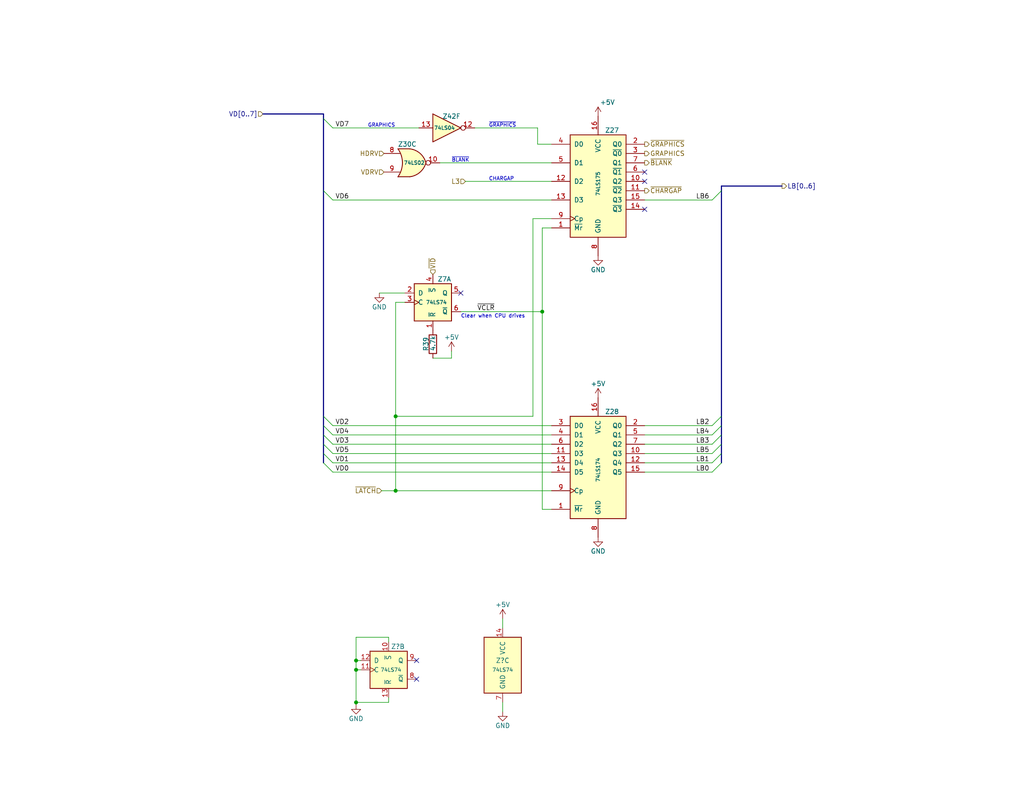
<source format=kicad_sch>
(kicad_sch (version 20230121) (generator eeschema)
  (paper "USLetter")
  (title_block (title "TRS-80 Model I") (date "2023-10-24") (rev "G") (company "RetroStack - Marcel Erz") (comment 2 "Circuit to latch video content addressed in video RAM") (comment 4 "Video Latch"))
  (lib_symbols
    (symbol "74xx:74LS02" (pin_names (offset 1.016))
      (property "Reference" "U" (at 0 1.27 0))
      (property "Value" "74LS02" (at 0 -1.27 0))
      (symbol "74LS02_1_1"
        (arc (start -3.81 -3.81) (mid -2.589 0) (end -3.81 3.81) (stroke (width 0.254)))
        (arc (start -0.6096 -3.81) (mid 2.1842 -2.5851) (end 3.81 0) (stroke (width 0.254)) (fill (type background)))
        (polyline (pts (xy -3.81 -3.81) (xy -0.635 -3.81)) (stroke (width 0.254)) (fill (type background)))
        (polyline (pts (xy -3.81 3.81) (xy -0.635 3.81)) (stroke (width 0.254)) (fill (type background)))
        (polyline (pts (xy -0.635 3.81) (xy -3.81 3.81) (xy -3.81 3.81) (xy -3.556 3.4036) (xy -3.0226 2.2606) (xy -2.6924 1.0414) (xy -2.6162 -0.254) (xy -2.7686 -1.4986) (xy -3.175 -2.7178) (xy -3.81 -3.81) (xy -3.81 -3.81) (xy -0.635 -3.81)) (stroke (width -25.4)) (fill (type background)))
        (arc (start 3.81 0) (mid 2.1915 2.5936) (end -0.6096 3.81) (stroke (width 0.254)) (fill (type background)))
        (pin output inverted (at 7.62 0 180) (length 3.81) (name "~") (number "1"))
        (pin input line (at -7.62 2.54 0) (length 4.318) (name "~") (number "2"))
        (pin input line (at -7.62 -2.54 0) (length 4.318) (name "~") (number "3"))
      )
      (symbol "74LS02_1_2"
        (arc (start 0 -3.81) (mid 3.7934 0) (end 0 3.81) (stroke (width 0.254)) (fill (type background)))
        (polyline (pts (xy 0 3.81) (xy -3.81 3.81) (xy -3.81 -3.81) (xy 0 -3.81)) (stroke (width 0.254)) (fill (type background)))
        (pin output line (at 7.62 0 180) (length 3.81) (name "~") (number "1"))
        (pin input inverted (at -7.62 2.54 0) (length 3.81) (name "~") (number "2"))
        (pin input inverted (at -7.62 -2.54 0) (length 3.81) (name "~") (number "3"))
      )
      (symbol "74LS02_2_1"
        (arc (start -3.81 -3.81) (mid -2.589 0) (end -3.81 3.81) (stroke (width 0.254)))
        (arc (start -0.6096 -3.81) (mid 2.1842 -2.5851) (end 3.81 0) (stroke (width 0.254)) (fill (type background)))
        (polyline (pts (xy -3.81 -3.81) (xy -0.635 -3.81)) (stroke (width 0.254)) (fill (type background)))
        (polyline (pts (xy -3.81 3.81) (xy -0.635 3.81)) (stroke (width 0.254)) (fill (type background)))
        (polyline (pts (xy -0.635 3.81) (xy -3.81 3.81) (xy -3.81 3.81) (xy -3.556 3.4036) (xy -3.0226 2.2606) (xy -2.6924 1.0414) (xy -2.6162 -0.254) (xy -2.7686 -1.4986) (xy -3.175 -2.7178) (xy -3.81 -3.81) (xy -3.81 -3.81) (xy -0.635 -3.81)) (stroke (width -25.4)) (fill (type background)))
        (arc (start 3.81 0) (mid 2.1915 2.5936) (end -0.6096 3.81) (stroke (width 0.254)) (fill (type background)))
        (pin output inverted (at 7.62 0 180) (length 3.81) (name "~") (number "4"))
        (pin input line (at -7.62 2.54 0) (length 4.318) (name "~") (number "5"))
        (pin input line (at -7.62 -2.54 0) (length 4.318) (name "~") (number "6"))
      )
      (symbol "74LS02_2_2"
        (arc (start 0 -3.81) (mid 3.7934 0) (end 0 3.81) (stroke (width 0.254)) (fill (type background)))
        (polyline (pts (xy 0 3.81) (xy -3.81 3.81) (xy -3.81 -3.81) (xy 0 -3.81)) (stroke (width 0.254)) (fill (type background)))
        (pin output line (at 7.62 0 180) (length 3.81) (name "~") (number "4"))
        (pin input inverted (at -7.62 2.54 0) (length 3.81) (name "~") (number "5"))
        (pin input inverted (at -7.62 -2.54 0) (length 3.81) (name "~") (number "6"))
      )
      (symbol "74LS02_3_1"
        (arc (start -3.81 -3.81) (mid -2.589 0) (end -3.81 3.81) (stroke (width 0.254)))
        (arc (start -0.6096 -3.81) (mid 2.1842 -2.5851) (end 3.81 0) (stroke (width 0.254)) (fill (type background)))
        (polyline (pts (xy -3.81 -3.81) (xy -0.635 -3.81)) (stroke (width 0.254)) (fill (type background)))
        (polyline (pts (xy -3.81 3.81) (xy -0.635 3.81)) (stroke (width 0.254)) (fill (type background)))
        (polyline (pts (xy -0.635 3.81) (xy -3.81 3.81) (xy -3.81 3.81) (xy -3.556 3.4036) (xy -3.0226 2.2606) (xy -2.6924 1.0414) (xy -2.6162 -0.254) (xy -2.7686 -1.4986) (xy -3.175 -2.7178) (xy -3.81 -3.81) (xy -3.81 -3.81) (xy -0.635 -3.81)) (stroke (width -25.4)) (fill (type background)))
        (arc (start 3.81 0) (mid 2.1915 2.5936) (end -0.6096 3.81) (stroke (width 0.254)) (fill (type background)))
        (pin output inverted (at 7.62 0 180) (length 3.81) (name "~") (number "10"))
        (pin input line (at -7.62 2.54 0) (length 4.318) (name "~") (number "8"))
        (pin input line (at -7.62 -2.54 0) (length 4.318) (name "~") (number "9"))
      )
      (symbol "74LS02_3_2"
        (arc (start 0 -3.81) (mid 3.7934 0) (end 0 3.81) (stroke (width 0.254)) (fill (type background)))
        (polyline (pts (xy 0 3.81) (xy -3.81 3.81) (xy -3.81 -3.81) (xy 0 -3.81)) (stroke (width 0.254)) (fill (type background)))
        (pin output line (at 7.62 0 180) (length 3.81) (name "~") (number "10"))
        (pin input inverted (at -7.62 2.54 0) (length 3.81) (name "~") (number "8"))
        (pin input inverted (at -7.62 -2.54 0) (length 3.81) (name "~") (number "9"))
      )
      (symbol "74LS02_4_1"
        (arc (start -3.81 -3.81) (mid -2.589 0) (end -3.81 3.81) (stroke (width 0.254)))
        (arc (start -0.6096 -3.81) (mid 2.1842 -2.5851) (end 3.81 0) (stroke (width 0.254)) (fill (type background)))
        (polyline (pts (xy -3.81 -3.81) (xy -0.635 -3.81)) (stroke (width 0.254)) (fill (type background)))
        (polyline (pts (xy -3.81 3.81) (xy -0.635 3.81)) (stroke (width 0.254)) (fill (type background)))
        (polyline (pts (xy -0.635 3.81) (xy -3.81 3.81) (xy -3.81 3.81) (xy -3.556 3.4036) (xy -3.0226 2.2606) (xy -2.6924 1.0414) (xy -2.6162 -0.254) (xy -2.7686 -1.4986) (xy -3.175 -2.7178) (xy -3.81 -3.81) (xy -3.81 -3.81) (xy -0.635 -3.81)) (stroke (width -25.4)) (fill (type background)))
        (arc (start 3.81 0) (mid 2.1915 2.5936) (end -0.6096 3.81) (stroke (width 0.254)) (fill (type background)))
        (pin input line (at -7.62 2.54 0) (length 4.318) (name "~") (number "11"))
        (pin input line (at -7.62 -2.54 0) (length 4.318) (name "~") (number "12"))
        (pin output inverted (at 7.62 0 180) (length 3.81) (name "~") (number "13"))
      )
      (symbol "74LS02_4_2"
        (arc (start 0 -3.81) (mid 3.7934 0) (end 0 3.81) (stroke (width 0.254)) (fill (type background)))
        (polyline (pts (xy 0 3.81) (xy -3.81 3.81) (xy -3.81 -3.81) (xy 0 -3.81)) (stroke (width 0.254)) (fill (type background)))
        (pin input inverted (at -7.62 2.54 0) (length 3.81) (name "~") (number "11"))
        (pin input inverted (at -7.62 -2.54 0) (length 3.81) (name "~") (number "12"))
        (pin output line (at 7.62 0 180) (length 3.81) (name "~") (number "13"))
      )
      (symbol "74LS02_5_0"
        (pin power_in line (at 0 12.7 270) (length 5.08) (name "VCC") (number "14"))
        (pin power_in line (at 0 -12.7 90) (length 5.08) (name "GND") (number "7"))
      )
      (symbol "74LS02_5_1"
        (rectangle (start -5.08 7.62) (end 5.08 -7.62) (stroke (width 0.254)) (fill (type background)))
      )
    )
    (symbol "74xx:74LS04"
      (property "Reference" "U" (at 0 1.27 0))
      (property "Value" "74LS04" (at 0 -1.27 0))
      (symbol "74LS04_1_0"
        (polyline (pts (xy -3.81 3.81) (xy -3.81 -3.81) (xy 3.81 0) (xy -3.81 3.81)) (stroke (width 0.254)) (fill (type background)))
        (pin input line (at -7.62 0 0) (length 3.81) (name "~") (number "1"))
        (pin output inverted (at 7.62 0 180) (length 3.81) (name "~") (number "2"))
      )
      (symbol "74LS04_2_0"
        (polyline (pts (xy -3.81 3.81) (xy -3.81 -3.81) (xy 3.81 0) (xy -3.81 3.81)) (stroke (width 0.254)) (fill (type background)))
        (pin input line (at -7.62 0 0) (length 3.81) (name "~") (number "3"))
        (pin output inverted (at 7.62 0 180) (length 3.81) (name "~") (number "4"))
      )
      (symbol "74LS04_3_0"
        (polyline (pts (xy -3.81 3.81) (xy -3.81 -3.81) (xy 3.81 0) (xy -3.81 3.81)) (stroke (width 0.254)) (fill (type background)))
        (pin input line (at -7.62 0 0) (length 3.81) (name "~") (number "5"))
        (pin output inverted (at 7.62 0 180) (length 3.81) (name "~") (number "6"))
      )
      (symbol "74LS04_4_0"
        (polyline (pts (xy -3.81 3.81) (xy -3.81 -3.81) (xy 3.81 0) (xy -3.81 3.81)) (stroke (width 0.254)) (fill (type background)))
        (pin output inverted (at 7.62 0 180) (length 3.81) (name "~") (number "8"))
        (pin input line (at -7.62 0 0) (length 3.81) (name "~") (number "9"))
      )
      (symbol "74LS04_5_0"
        (polyline (pts (xy -3.81 3.81) (xy -3.81 -3.81) (xy 3.81 0) (xy -3.81 3.81)) (stroke (width 0.254)) (fill (type background)))
        (pin output inverted (at 7.62 0 180) (length 3.81) (name "~") (number "10"))
        (pin input line (at -7.62 0 0) (length 3.81) (name "~") (number "11"))
      )
      (symbol "74LS04_6_0"
        (polyline (pts (xy -3.81 3.81) (xy -3.81 -3.81) (xy 3.81 0) (xy -3.81 3.81)) (stroke (width 0.254)) (fill (type background)))
        (pin output inverted (at 7.62 0 180) (length 3.81) (name "~") (number "12"))
        (pin input line (at -7.62 0 0) (length 3.81) (name "~") (number "13"))
      )
      (symbol "74LS04_7_0"
        (pin power_in line (at 0 12.7 270) (length 5.08) (name "VCC") (number "14"))
        (pin power_in line (at 0 -12.7 90) (length 5.08) (name "GND") (number "7"))
      )
      (symbol "74LS04_7_1"
        (rectangle (start -5.08 7.62) (end 5.08 -7.62) (stroke (width 0.254)) (fill (type background)))
      )
    )
    (symbol "74xx:74LS174" (pin_names (offset 1.016))
      (property "Reference" "U" (at -7.62 13.97 0))
      (property "Value" "74LS174" (at -7.62 -16.51 0))
      (symbol "74LS174_1_0"
        (pin input line (at -12.7 -12.7 0) (length 5.08) (name "~{Mr}") (number "1"))
        (pin output line (at 12.7 2.54 180) (length 5.08) (name "Q3") (number "10"))
        (pin input line (at -12.7 2.54 0) (length 5.08) (name "D3") (number "11"))
        (pin output line (at 12.7 0 180) (length 5.08) (name "Q4") (number "12"))
        (pin input line (at -12.7 0 0) (length 5.08) (name "D4") (number "13"))
        (pin input line (at -12.7 -2.54 0) (length 5.08) (name "D5") (number "14"))
        (pin output line (at 12.7 -2.54 180) (length 5.08) (name "Q5") (number "15"))
        (pin power_in line (at 0 17.78 270) (length 5.08) (name "VCC") (number "16"))
        (pin output line (at 12.7 10.16 180) (length 5.08) (name "Q0") (number "2"))
        (pin input line (at -12.7 10.16 0) (length 5.08) (name "D0") (number "3"))
        (pin input line (at -12.7 7.62 0) (length 5.08) (name "D1") (number "4"))
        (pin output line (at 12.7 7.62 180) (length 5.08) (name "Q1") (number "5"))
        (pin input line (at -12.7 5.08 0) (length 5.08) (name "D2") (number "6"))
        (pin output line (at 12.7 5.08 180) (length 5.08) (name "Q2") (number "7"))
        (pin power_in line (at 0 -20.32 90) (length 5.08) (name "GND") (number "8"))
        (pin input clock (at -12.7 -7.62 0) (length 5.08) (name "Cp") (number "9"))
      )
      (symbol "74LS174_1_1"
        (rectangle (start -7.62 12.7) (end 7.62 -15.24) (stroke (width 0.254)) (fill (type background)))
      )
    )
    (symbol "74xx:74LS175" (pin_names (offset 1.016))
      (property "Reference" "U" (at -7.62 13.97 0))
      (property "Value" "74LS175" (at -7.62 -16.51 0))
      (symbol "74LS175_1_0"
        (pin input line (at -12.7 -12.7 0) (length 5.08) (name "~{Mr}") (number "1"))
        (pin output line (at 12.7 0 180) (length 5.08) (name "Q2") (number "10"))
        (pin output line (at 12.7 -2.54 180) (length 5.08) (name "~{Q2}") (number "11"))
        (pin input line (at -12.7 0 0) (length 5.08) (name "D2") (number "12"))
        (pin input line (at -12.7 -5.08 0) (length 5.08) (name "D3") (number "13"))
        (pin output line (at 12.7 -7.62 180) (length 5.08) (name "~{Q3}") (number "14"))
        (pin output line (at 12.7 -5.08 180) (length 5.08) (name "Q3") (number "15"))
        (pin power_in line (at 0 17.78 270) (length 5.08) (name "VCC") (number "16"))
        (pin output line (at 12.7 10.16 180) (length 5.08) (name "Q0") (number "2"))
        (pin output line (at 12.7 7.62 180) (length 5.08) (name "~{Q0}") (number "3"))
        (pin input line (at -12.7 10.16 0) (length 5.08) (name "D0") (number "4"))
        (pin input line (at -12.7 5.08 0) (length 5.08) (name "D1") (number "5"))
        (pin output line (at 12.7 2.54 180) (length 5.08) (name "~{Q1}") (number "6"))
        (pin output line (at 12.7 5.08 180) (length 5.08) (name "Q1") (number "7"))
        (pin power_in line (at 0 -20.32 90) (length 5.08) (name "GND") (number "8"))
        (pin input clock (at -12.7 -10.16 0) (length 5.08) (name "Cp") (number "9"))
      )
      (symbol "74LS175_1_1"
        (rectangle (start -7.62 12.7) (end 7.62 -15.24) (stroke (width 0.254)) (fill (type background)))
      )
    )
    (symbol "74xx:74LS74" (pin_names (offset 1.016))
      (property "Reference" "U" (at -7.62 8.89 0))
      (property "Value" "74LS74" (at -7.62 -8.89 0))
      (symbol "74LS74_1_0"
        (pin input line (at 0 -7.62 90) (length 2.54) (name "~{R}") (number "1"))
        (pin input line (at -7.62 2.54 0) (length 2.54) (name "D") (number "2"))
        (pin input clock (at -7.62 0 0) (length 2.54) (name "C") (number "3"))
        (pin input line (at 0 7.62 270) (length 2.54) (name "~{S}") (number "4"))
        (pin output line (at 7.62 2.54 180) (length 2.54) (name "Q") (number "5"))
        (pin output line (at 7.62 -2.54 180) (length 2.54) (name "~{Q}") (number "6"))
      )
      (symbol "74LS74_1_1"
        (rectangle (start -5.08 5.08) (end 5.08 -5.08) (stroke (width 0.254)) (fill (type background)))
      )
      (symbol "74LS74_2_0"
        (pin input line (at 0 7.62 270) (length 2.54) (name "~{S}") (number "10"))
        (pin input clock (at -7.62 0 0) (length 2.54) (name "C") (number "11"))
        (pin input line (at -7.62 2.54 0) (length 2.54) (name "D") (number "12"))
        (pin input line (at 0 -7.62 90) (length 2.54) (name "~{R}") (number "13"))
        (pin output line (at 7.62 -2.54 180) (length 2.54) (name "~{Q}") (number "8"))
        (pin output line (at 7.62 2.54 180) (length 2.54) (name "Q") (number "9"))
      )
      (symbol "74LS74_2_1"
        (rectangle (start -5.08 5.08) (end 5.08 -5.08) (stroke (width 0.254)) (fill (type background)))
      )
      (symbol "74LS74_3_0"
        (pin power_in line (at 0 10.16 270) (length 2.54) (name "VCC") (number "14"))
        (pin power_in line (at 0 -10.16 90) (length 2.54) (name "GND") (number "7"))
      )
      (symbol "74LS74_3_1"
        (rectangle (start -5.08 7.62) (end 5.08 -7.62) (stroke (width 0.254)) (fill (type background)))
      )
    )
    (symbol "Device:R" (pin_numbers hide) (pin_names (offset 0))
      (property "Reference" "R" (at 2.032 0 90))
      (property "Value" "R" (at 0 0 90))
      (symbol "R_0_1"
        (rectangle (start -1.016 -2.54) (end 1.016 2.54) (stroke (width 0.254)))
      )
      (symbol "R_1_1"
        (pin passive line (at 0 3.81 270) (length 1.27) (name "~") (number "1"))
        (pin passive line (at 0 -3.81 90) (length 1.27) (name "~") (number "2"))
      )
    )
    (symbol "power:+5V" (power) (pin_names (offset 0))
      (property "Value" "+5V" (at 0 3.556 0))
      (symbol "+5V_0_1"
        (polyline (pts (xy -0.762 1.27) (xy 0 2.54)))
        (polyline (pts (xy 0 0) (xy 0 2.54)))
        (polyline (pts (xy 0 2.54) (xy 0.762 1.27)))
      )
      (symbol "+5V_1_1"
        (pin power_in line (at 0 0 90) (length 0) hide (name "+5V") (number "1"))
      )
    )
    (symbol "power:GND" (power) (pin_names (offset 0))
      (property "Value" "GND" (at 0 -3.81 0))
      (symbol "GND_0_1"
        (polyline (pts (xy 0 0) (xy 0 -1.27) (xy 1.27 -1.27) (xy 0 -2.54) (xy -1.27 -1.27) (xy 0 -1.27)))
      )
      (symbol "GND_1_1"
        (pin power_in line (at 0 0 270) (length 0) hide (name "GND") (number "1"))
      )
    )
  )
  (junction (at 107.95 113.665))
  (junction (at 147.955 85.09))
  (junction (at 97.155 180.34))
  (junction (at 107.95 133.985))
  (junction (at 97.155 191.77))
  (junction (at 97.155 182.88))
  (no_connect (at 125.73 80.01))
  (no_connect (at 175.895 46.99))
  (no_connect (at 175.895 57.15))
  (no_connect (at 113.665 185.42))
  (no_connect (at 113.665 180.34))
  (no_connect (at 175.895 49.53))
  (bus_entry (at 90.805 34.925) (size -2.54 -2.54))
  (bus_entry (at 194.31 118.745) (size 2.54 -2.54))
  (bus_entry (at 90.805 118.745) (size -2.54 -2.54))
  (bus_entry (at 194.31 116.205) (size 2.54 -2.54))
  (bus_entry (at 90.805 116.205) (size -2.54 -2.54))
  (bus_entry (at 194.31 121.285) (size 2.54 -2.54))
  (bus_entry (at 194.31 54.61) (size 2.54 -2.54))
  (bus_entry (at 90.805 126.365) (size -2.54 -2.54))
  (bus_entry (at 194.31 123.825) (size 2.54 -2.54))
  (bus_entry (at 90.805 123.825) (size -2.54 -2.54))
  (bus_entry (at 194.31 126.365) (size 2.54 -2.54))
  (bus_entry (at 194.31 128.905) (size 2.54 -2.54))
  (bus_entry (at 90.805 121.285) (size -2.54 -2.54))
  (bus_entry (at 90.805 128.905) (size -2.54 -2.54))
  (bus_entry (at 90.805 54.61) (size -2.54 -2.54))
  (wire (pts (xy 90.805 118.745) (xy 150.495 118.745)))
  (bus (pts (xy 88.265 31.115) (xy 71.755 31.115)))
  (bus (pts (xy 196.85 121.285) (xy 196.85 118.745)))
  (wire (pts (xy 104.14 133.985) (xy 107.95 133.985)))
  (wire (pts (xy 123.19 95.885) (xy 123.19 97.79)))
  (wire (pts (xy 90.805 116.205) (xy 150.495 116.205)))
  (wire (pts (xy 107.95 133.985) (xy 107.95 113.665)))
  (bus (pts (xy 88.265 116.205) (xy 88.265 113.665)))
  (wire (pts (xy 97.155 173.99) (xy 97.155 180.34)))
  (wire (pts (xy 107.95 113.665) (xy 145.415 113.665)))
  (bus (pts (xy 88.265 121.285) (xy 88.265 118.745)))
  (bus (pts (xy 196.85 50.8) (xy 213.36 50.8)))
  (wire (pts (xy 97.155 182.88) (xy 97.155 191.77)))
  (wire (pts (xy 175.895 116.205) (xy 194.31 116.205)))
  (wire (pts (xy 137.16 191.77) (xy 137.16 194.31)))
  (bus (pts (xy 88.265 126.365) (xy 88.265 123.825)))
  (wire (pts (xy 97.155 180.34) (xy 98.425 180.34)))
  (wire (pts (xy 145.415 59.69) (xy 145.415 113.665)))
  (wire (pts (xy 125.73 85.09) (xy 147.955 85.09)))
  (bus (pts (xy 196.85 52.07) (xy 196.85 50.8)))
  (wire (pts (xy 106.045 191.77) (xy 97.155 191.77)))
  (wire (pts (xy 118.11 97.79) (xy 123.19 97.79)))
  (wire (pts (xy 97.155 180.34) (xy 97.155 182.88)))
  (wire (pts (xy 146.685 39.37) (xy 150.495 39.37)))
  (wire (pts (xy 175.895 118.745) (xy 194.31 118.745)))
  (bus (pts (xy 196.85 123.825) (xy 196.85 121.285)))
  (wire (pts (xy 175.895 54.61) (xy 194.31 54.61)))
  (wire (pts (xy 147.955 62.23) (xy 147.955 85.09)))
  (wire (pts (xy 146.685 34.925) (xy 146.685 39.37)))
  (wire (pts (xy 175.895 128.905) (xy 194.31 128.905)))
  (bus (pts (xy 196.85 116.205) (xy 196.85 113.665)))
  (wire (pts (xy 90.805 128.905) (xy 150.495 128.905)))
  (wire (pts (xy 129.54 34.925) (xy 146.685 34.925)))
  (wire (pts (xy 120.015 44.45) (xy 150.495 44.45)))
  (wire (pts (xy 107.95 113.665) (xy 107.95 82.55)))
  (wire (pts (xy 90.805 54.61) (xy 150.495 54.61)))
  (wire (pts (xy 137.16 171.45) (xy 137.16 168.91)))
  (wire (pts (xy 106.045 173.99) (xy 97.155 173.99)))
  (wire (pts (xy 90.805 121.285) (xy 150.495 121.285)))
  (bus (pts (xy 88.265 32.385) (xy 88.265 31.115)))
  (wire (pts (xy 97.155 191.77) (xy 97.155 192.405)))
  (wire (pts (xy 127 49.53) (xy 150.495 49.53)))
  (wire (pts (xy 150.495 139.065) (xy 147.955 139.065)))
  (wire (pts (xy 107.95 82.55) (xy 110.49 82.55)))
  (wire (pts (xy 90.805 34.925) (xy 114.3 34.925)))
  (wire (pts (xy 147.955 62.23) (xy 150.495 62.23)))
  (bus (pts (xy 196.85 126.365) (xy 196.85 123.825)))
  (wire (pts (xy 106.045 190.5) (xy 106.045 191.77)))
  (bus (pts (xy 88.265 123.825) (xy 88.265 121.285)))
  (bus (pts (xy 88.265 52.07) (xy 88.265 113.665)))
  (wire (pts (xy 97.155 182.88) (xy 98.425 182.88)))
  (bus (pts (xy 88.265 52.07) (xy 88.265 32.385)))
  (wire (pts (xy 175.895 123.825) (xy 194.31 123.825)))
  (bus (pts (xy 88.265 118.745) (xy 88.265 116.205)))
  (wire (pts (xy 145.415 59.69) (xy 150.495 59.69)))
  (wire (pts (xy 147.955 85.09) (xy 147.955 139.065)))
  (bus (pts (xy 196.85 52.07) (xy 196.85 113.665)))
  (wire (pts (xy 175.895 121.285) (xy 194.31 121.285)))
  (wire (pts (xy 90.805 123.825) (xy 150.495 123.825)))
  (wire (pts (xy 110.49 80.01) (xy 103.505 80.01)))
  (bus (pts (xy 196.85 118.745) (xy 196.85 116.205)))
  (wire (pts (xy 175.895 126.365) (xy 194.31 126.365)))
  (wire (pts (xy 90.805 126.365) (xy 150.495 126.365)))
  (wire (pts (xy 107.95 133.985) (xy 150.495 133.985)))
  (wire (pts (xy 106.045 175.26) (xy 106.045 173.99)))
  (text "CHARGAP" (at 133.35 49.53 0) (effects (font (size 1 1)) (justify left bottom)))
  (text "GRAPHICS" (at 100.33 34.925 0) (effects (font (size 1 1)) (justify left bottom)))
  (text "Clear when CPU drives" (at 125.73 86.995 0) (effects (font (size 1 1)) (justify left bottom)))
  (text "~{BLANK}" (at 123.19 44.45 0) (effects (font (size 1 1)) (justify left bottom)))
  (text "~{GRAPHICS}" (at 133.35 34.925 0) (effects (font (size 1 1)) (justify left bottom)))
  (label "LB0" (at 189.865 128.905 0))
  (label "VD4" (at 95.25 118.745 180))
  (label "VD1" (at 95.25 126.365 180))
  (label "~{VCLR}" (at 130.175 85.09 0))
  (label "VD0" (at 95.25 128.905 180))
  (label "LB4" (at 189.865 118.745 0))
  (label "VD5" (at 95.25 123.825 180))
  (label "LB3" (at 189.865 121.285 0))
  (label "LB6" (at 189.865 54.61 0))
  (label "LB5" (at 189.865 123.825 0))
  (label "LB1" (at 189.865 126.365 0))
  (label "VD2" (at 95.25 116.205 180))
  (label "VD3" (at 95.25 121.285 180))
  (label "VD7" (at 95.25 34.925 180))
  (label "VD6" (at 95.25 54.61 180))
  (label "LB2" (at 189.865 116.205 0))
  (hierarchical_label "L3" (shape input) (at 127 49.53 180))
  (hierarchical_label "LB[0..6]" (shape output) (at 213.36 50.8 0))
  (hierarchical_label "~{BLANK}" (shape output) (at 175.895 44.45 0))
  (hierarchical_label "~{VID}" (shape input) (at 118.11 74.93 90))
  (hierarchical_label "~{GRAPHICS}" (shape output) (at 175.895 39.37 0))
  (hierarchical_label "~{LATCH}" (shape input) (at 104.14 133.985 180))
  (hierarchical_label "GRAPHICS" (shape output) (at 175.895 41.91 0))
  (hierarchical_label "VDRV" (shape input) (at 104.775 46.99 180))
  (hierarchical_label "VD[0..7]" (shape input) (at 71.755 31.115 180))
  (hierarchical_label "HDRV" (shape input) (at 104.775 41.91 180))
  (hierarchical_label "~{CHARGAP}" (shape output) (at 175.895 52.07 0))
  (symbol (lib_id "power:GND") (at 97.155 192.405 0) (unit 1)
    (property "Reference" "#PWR014" (effects hide))
    (property "Value" "GND" (at 97.155 196.215 0))
    (instances (project "TRS80_Model_I_G" (path "" (reference "#PWR014") (unit 1)) (path "" (reference "#PWR043") (unit 1)) (path "" (reference "#PWR043") (unit 1))))
  )
  (symbol (lib_id "power:GND") (at 163.195 146.685 0) (unit 1)
    (property "Reference" "#PWR014" (effects hide))
    (property "Value" "GND" (at 163.195 150.495 0))
    (instances (project "TRS80_Model_I_G" (path "" (reference "#PWR014") (unit 1)) (path "" (reference "#PWR053") (unit 1)) (path "" (reference "#PWR053") (unit 1))))
  )
  (symbol (lib_id "power:GND") (at 103.505 80.01 0) (unit 1)
    (property "Reference" "#PWR014" (effects hide))
    (property "Value" "GND" (at 103.505 83.82 0))
    (instances (project "TRS80_Model_I_G" (path "" (reference "#PWR014") (unit 1)) (path "" (reference "#PWR048") (unit 1)) (path "" (reference "#PWR048") (unit 1))))
  )
  (symbol (lib_id "74xx:74LS74") (at 118.11 82.55 0) (unit 1)
    (property "Reference" "Z7" (at 119.38 76.2 0) (effects (justify left)))
    (property "Value" "74LS74" (at 116.205 82.55 0) (effects (font (size 1 1)) (justify left)))
    (property "Footprint" "RetroStackLibrary:TRS80_Model_I_DIP14" (effects hide))
    (property "Datasheet" "74xx/74hc_hct74.pdf" (effects hide))
    (instances (project "Replica" (path "" (reference "Z7") (unit 1))) (project "TRS80_Model_I_G" (path "" (reference "Z?") (unit 1)) (path "" (reference "Z7") (unit 1)) (path "" (reference "Z7") (unit 1))))
  )
  (symbol (lib_id "power:GND") (at 163.195 69.85 0) (unit 1)
    (property "Reference" "#PWR014" (effects hide))
    (property "Value" "GND" (at 163.195 73.66 0))
    (instances (project "TRS80_Model_I_G" (path "" (reference "#PWR014") (unit 1)) (path "" (reference "#PWR051") (unit 1)) (path "" (reference "#PWR051") (unit 1))))
  )
  (symbol (lib_id "74xx:74LS74") (at 137.16 181.61 0) (unit 3)
    (property "Reference" "Z?" (at 137.16 180.34 0))
    (property "Value" "74LS74" (at 137.16 182.88 0) (effects (font (size 1 1))))
    (property "Footprint" "RetroStackLibrary:TRS80_Model_I_DIP14" (effects hide))
    (property "Datasheet" "74xx/74hc_hct74.pdf" (effects hide))
    (instances (project "TRS80_Model_I_G" (path "" (reference "Z?") (unit 3)) (path "" (reference "Z70") (unit 3)) (path "" (reference "Z?") (unit 3)) (path "" (reference "Z7") (unit 3))))
  )
  (symbol (lib_id "power:+5V") (at 163.195 108.585 0) (unit 1)
    (property "Reference" "#PWR015" (effects hide))
    (property "Value" "+5V" (at 163.195 104.775 0))
    (instances (project "TRS80_Model_I_G" (path "" (reference "#PWR015") (unit 1)) (path "" (reference "#PWR052") (unit 1)) (path "" (reference "#PWR052") (unit 1))))
  )
  (symbol (lib_id "power:+5V") (at 137.16 168.91 0) (unit 1)
    (property "Reference" "#PWR015" (effects hide))
    (property "Value" "+5V" (at 137.16 165.1 0))
    (instances (project "TRS80_Model_I_G" (path "" (reference "#PWR015") (unit 1)) (path "" (reference "#PWR046") (unit 1)) (path "" (reference "#PWR046") (unit 1))))
  )
  (symbol (lib_id "power:GND") (at 137.16 194.31 0) (unit 1)
    (property "Reference" "#PWR014" (effects hide))
    (property "Value" "GND" (at 137.16 198.12 0))
    (instances (project "TRS80_Model_I_G" (path "" (reference "#PWR014") (unit 1)) (path "" (reference "#PWR047") (unit 1)) (path "" (reference "#PWR047") (unit 1))))
  )
  (symbol (lib_id "74xx:74LS174") (at 163.195 126.365 0) (unit 1)
    (property "Reference" "Z28" (at 167.005 112.395 0))
    (property "Value" "74LS174" (at 163.195 128.27 90) (effects (font (size 1 1))))
    (property "Footprint" "RetroStackLibrary:TRS80_Model_I_DIP16" (effects hide))
    (property "Datasheet" "http://www.ti.com/lit/gpn/sn74LS174" (effects hide))
    (instances (project "Replica" (path "" (reference "Z28") (unit 1))) (project "TRS80_Model_I_G" (path "" (reference "Z?") (unit 1)) (path "" (reference "Z28") (unit 1)) (path "" (reference "Z28") (unit 1))))
  )
  (symbol (lib_id "power:+5V") (at 123.19 95.885 0) (unit 1)
    (property "Reference" "#PWR015" (effects hide))
    (property "Value" "+5V" (at 123.19 92.075 0))
    (instances (project "TRS80_Model_I_G" (path "" (reference "#PWR015") (unit 1)) (path "" (reference "#PWR049") (unit 1)) (path "" (reference "#PWR049") (unit 1))))
  )
  (symbol (lib_id "74xx:74LS04") (at 121.92 34.925 0) (unit 6)
    (property "Reference" "Z42" (at 123.19 31.75 0))
    (property "Value" "74LS04" (at 121.285 34.925 0) (effects (font (size 1 1))))
    (property "Footprint" "RetroStackLibrary:TRS80_Model_I_DIP14" (effects hide))
    (property "Datasheet" "http://www.ti.com/lit/gpn/sn74LS04" (effects hide))
    (instances (project "Replica" (path "" (reference "Z42") (unit 6))) (project "TRS80_Model_I_G" (path "" (reference "Z?") (unit 6)) (path "" (reference "Z42") (unit 6)) (path "" (reference "Z42") (unit 6))))
  )
  (symbol (lib_id "Device:R") (at 118.11 93.98 0) (unit 1)
    (property "Reference" "R39" (at 116.205 95.885 90) (effects (justify left)))
    (property "Value" "4.7k" (at 118.11 95.885 90) (effects (justify left)))
    (property "Footprint" "RetroStackLibrary:TRS80_Model_I_R_0.25W" (effects hide))
    (instances (project "Replica" (path "" (reference "R39") (unit 1))) (project "TRS80_Model_I_G" (path "" (reference "R?") (unit 1)) (path "" (reference "R39") (unit 1)) (path "" (reference "R39") (unit 1))))
  )
  (symbol (lib_id "74xx:74LS175") (at 163.195 49.53 0) (unit 1)
    (property "Reference" "Z27" (at 167.005 35.56 0))
    (property "Value" "74LS175" (at 163.195 50.165 90) (effects (font (size 1 1))))
    (property "Footprint" "RetroStackLibrary:TRS80_Model_I_DIP16" (effects hide))
    (property "Datasheet" "http://www.ti.com/lit/gpn/sn74LS175" (effects hide))
    (instances (project "Replica" (path "" (reference "Z27") (unit 1))) (project "TRS80_Model_I_G" (path "" (reference "Z?") (unit 1)) (path "" (reference "Z27") (unit 1)) (path "" (reference "Z27") (unit 1))))
  )
  (symbol (lib_id "power:+5V") (at 163.195 31.75 0) (unit 1)
    (property "Reference" "#PWR015" (effects hide))
    (property "Value" "+5V" (at 165.735 27.94 0))
    (instances (project "TRS80_Model_I_G" (path "" (reference "#PWR015") (unit 1)) (path "" (reference "#PWR050") (unit 1)) (path "" (reference "#PWR050") (unit 1))))
  )
  (symbol (lib_id "74xx:74LS02") (at 112.395 44.45 0) (unit 3)
    (property "Reference" "Z30" (at 111.125 39.37 0))
    (property "Value" "74LS02" (at 113.03 44.45 0) (effects (font (size 1 1))))
    (property "Footprint" "RetroStackLibrary:TRS80_Model_I_DIP14" (effects hide))
    (property "Datasheet" "http://www.ti.com/lit/gpn/sn74ls02" (effects hide))
    (instances (project "Replica" (path "" (reference "Z30") (unit 3))) (project "TRS80_Model_I_G" (path "" (reference "Z?") (unit 3)) (path "" (reference "Z30") (unit 3)) (path "" (reference "Z30") (unit 3))))
  )
  (symbol (lib_id "74xx:74LS74") (at 106.045 182.88 0) (unit 2)
    (property "Reference" "Z?" (at 106.68 176.53 0) (effects (justify left)))
    (property "Value" "74LS74" (at 106.68 182.88 0) (effects (font (size 1 1))))
    (property "Footprint" "RetroStackLibrary:TRS80_Model_I_DIP14" (effects hide))
    (property "Datasheet" "74xx/74hc_hct74.pdf" (effects hide))
    (instances (project "TRS80_Model_I_G" (path "" (reference "Z?") (unit 2)) (path "" (reference "Z?") (unit 2)) (path "" (reference "Z7") (unit 2))))
  )
)
</source>
